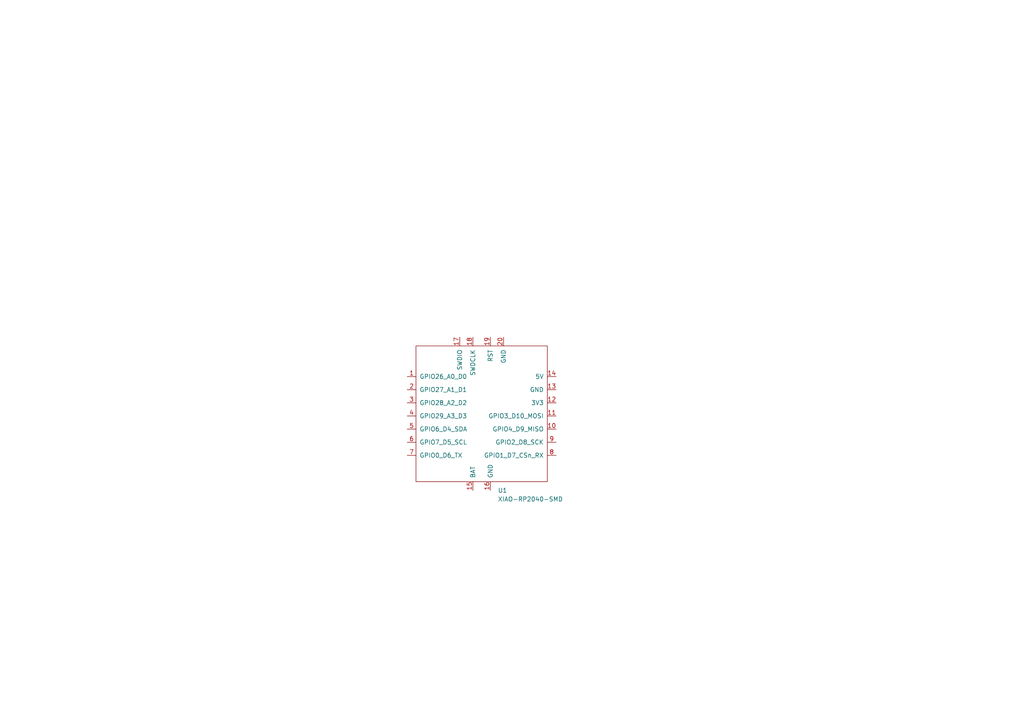
<source format=kicad_sch>
(kicad_sch (version 20250114) (generator "eeschema") (generator_version "9.0")
  (paper "A4")
  (lib_symbols
    (symbol "Seeed_Studio_XIAO_Series:XIAO-RP2040-SMD" (pin_names (offset 1.016))
      (property "Reference" "U" (at -18.542 23.114 0))
      (property "Value" "XIAO-RP2040-SMD" (at -8.382 21.336 0))
      (symbol "XIAO-RP2040-SMD_0_1"
        (rectangle (start 19.05 -19.05) (end -19.05 20.32))
      )
      (symbol "XIAO-RP2040-SMD_1_1"
        (pin passive line (at -21.59 11.43 0) (length 2.54) (name "GPIO26_A0_D0") (number "1"))
        (pin passive line (at -21.59 7.62 0) (length 2.54) (name "GPIO27_A1_D1") (number "2"))
        (pin passive line (at -21.59 3.81 0) (length 2.54) (name "GPIO28_A2_D2") (number "3"))
        (pin passive line (at -21.59 0 0) (length 2.54) (name "GPIO29_A3_D3") (number "4"))
        (pin passive line (at -21.59 -3.81 0) (length 2.54) (name "GPIO6_D4_SDA") (number "5"))
        (pin passive line (at -21.59 -7.62 0) (length 2.54) (name "GPIO7_D5_SCL") (number "6"))
        (pin passive line (at -21.59 -11.43 0) (length 2.54) (name "GPIO0_D6_TX") (number "7"))
        (pin passive line (at -6.35 22.86 270) (length 2.54) (name "SWDIO") (number "17"))
        (pin passive line (at -2.54 22.86 270) (length 2.54) (name "SWDCLK") (number "18"))
        (pin passive line (at -2.54 -21.59 90) (length 2.54) (name "BAT") (number "15"))
        (pin passive line (at 2.54 22.86 270) (length 2.54) (name "RST") (number "19"))
        (pin passive line (at 2.54 -21.59 90) (length 2.54) (name "GND") (number "16"))
        (pin passive line (at 6.35 22.86 270) (length 2.54) (name "GND") (number "20"))
        (pin passive line (at 21.59 11.43 180) (length 2.54) (name "5V") (number "14"))
        (pin passive line (at 21.59 7.62 180) (length 2.54) (name "GND") (number "13"))
        (pin passive line (at 21.59 3.81 180) (length 2.54) (name "3V3") (number "12"))
        (pin passive line (at 21.59 0 180) (length 2.54) (name "GPIO3_D10_MOSI") (number "11"))
        (pin passive line (at 21.59 -3.81 180) (length 2.54) (name "GPIO4_D9_MISO") (number "10"))
        (pin passive line (at 21.59 -7.62 180) (length 2.54) (name "GPIO2_D8_SCK") (number "9"))
        (pin passive line (at 21.59 -11.43 180) (length 2.54) (name "GPIO1_D7_CSn_RX") (number "8"))
      )
    )
  )
  (symbol (lib_id "Seeed_Studio_XIAO_Series:XIAO-RP2040-SMD") (at 139.7 120.65 0) (unit 1)
    (property "Reference" "U1" (at 144.3833 142.24 0) (effects (justify left)))
    (property "Value" "XIAO-RP2040-SMD" (at 144.3833 144.78 0) (effects (justify left)))
  )
)
</source>
